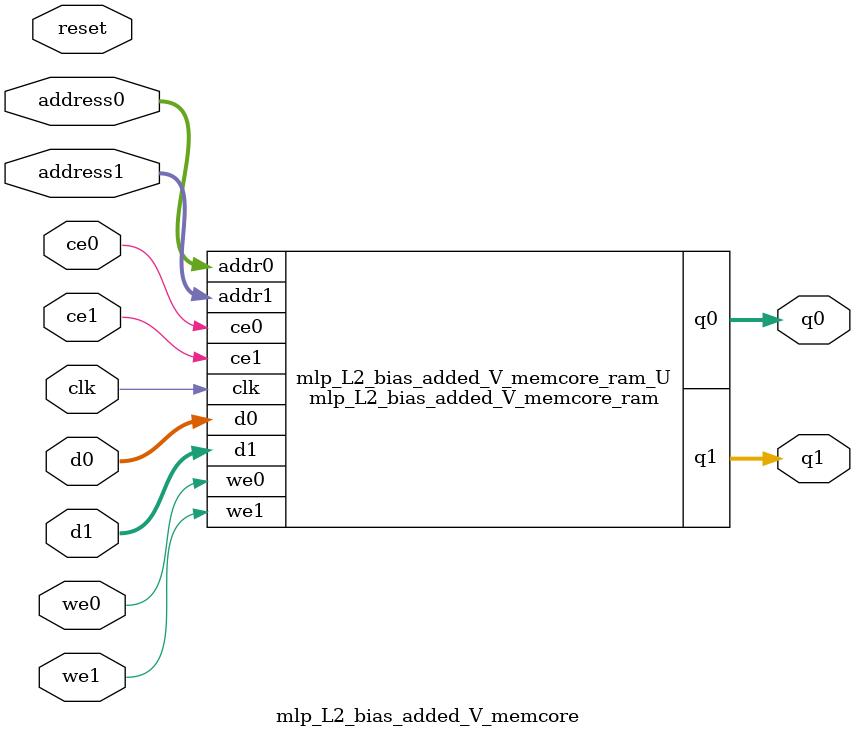
<source format=v>

`timescale 1 ns / 1 ps
module mlp_L2_bias_added_V_memcore_ram (addr0, ce0, d0, we0, q0, addr1, ce1, d1, we1, q1,  clk);

parameter DWIDTH = 18;
parameter AWIDTH = 6;
parameter MEM_SIZE = 52;

input[AWIDTH-1:0] addr0;
input ce0;
input[DWIDTH-1:0] d0;
input we0;
output reg[DWIDTH-1:0] q0;
input[AWIDTH-1:0] addr1;
input ce1;
input[DWIDTH-1:0] d1;
input we1;
output reg[DWIDTH-1:0] q1;
input clk;

(* ram_style = "distributed" *)reg [DWIDTH-1:0] ram[0:MEM_SIZE-1];




always @(posedge clk)  
begin 
    if (ce0) 
    begin
        if (we0) 
        begin 
            ram[addr0] <= d0; 
            q0 <= d0;
        end 
        else 
            q0 <= ram[addr0];
    end
end


always @(posedge clk)  
begin 
    if (ce1) 
    begin
        if (we1) 
        begin 
            ram[addr1] <= d1; 
            q1 <= d1;
        end 
        else 
            q1 <= ram[addr1];
    end
end


endmodule


`timescale 1 ns / 1 ps
module mlp_L2_bias_added_V_memcore(
    reset,
    clk,
    address0,
    ce0,
    we0,
    d0,
    q0,
    address1,
    ce1,
    we1,
    d1,
    q1);

parameter DataWidth = 32'd18;
parameter AddressRange = 32'd52;
parameter AddressWidth = 32'd6;
input reset;
input clk;
input[AddressWidth - 1:0] address0;
input ce0;
input we0;
input[DataWidth - 1:0] d0;
output[DataWidth - 1:0] q0;
input[AddressWidth - 1:0] address1;
input ce1;
input we1;
input[DataWidth - 1:0] d1;
output[DataWidth - 1:0] q1;



mlp_L2_bias_added_V_memcore_ram mlp_L2_bias_added_V_memcore_ram_U(
    .clk( clk ),
    .addr0( address0 ),
    .ce0( ce0 ),
    .we0( we0 ),
    .d0( d0 ),
    .q0( q0 ),
    .addr1( address1 ),
    .ce1( ce1 ),
    .we1( we1 ),
    .d1( d1 ),
    .q1( q1 ));

endmodule


</source>
